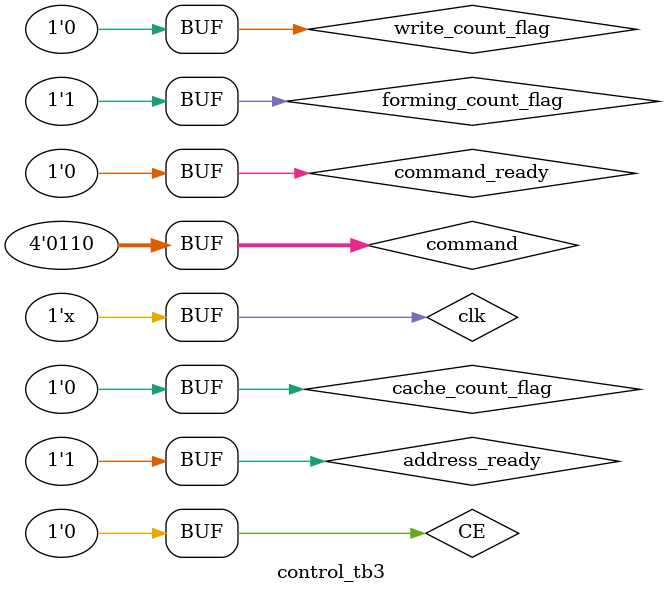
<source format=v>
`timescale 1ns/1ns

module control_tb3;
 reg clk;
 reg CE;
 reg ALE;
 reg CLE;
 reg[3:0] command;
 reg address_ready;
 reg command_ready;
 reg cache_count_flag;
 reg forming_count_flag;
 reg write_count_flag;
 wire forming_writeread;
 wire we_writeread;
 wire re_writeread;
 wire WE_L;
 wire RE_L;
 wire en_decoder;
 wire en_state_count;
 wire RB;
 control U1(clk,CE,ALE,CLE,command,address_ready,command_ready,cache_count_flag,forming_count_flag,write_count_flag,we_writeread,re_writeread,forming_writeread,WE_L,RE_L,en_decoder,en_state_count,RB);
 always
  #5 clk=~clk;
 initial
  begin
   clk=1;
   CE=1;
   address_ready=0;
   command_ready=0;
   cache_count_flag=0;
   forming_count_flag=0;
   write_count_flag=0;
   #5 CE=0;               //初始化到S0状态
   end
  initial
   begin
    #15 command=4'b0111;  //t=15时 输入forming命令的第一指令 下一周期进入S1状态 将再t=20进入S3
	#40 address_ready=1;  //t=55时 地址准备好了 预计将进入S5状态  t=60正式进入S5
   end
  initial
   begin
    #85 command=5'b0110; //t=85时输入写的第二指令，t=90进入s6
	#40 forming_count_flag=1; //t=120s重新回到S0状态
   end	
 endmodule
</source>
